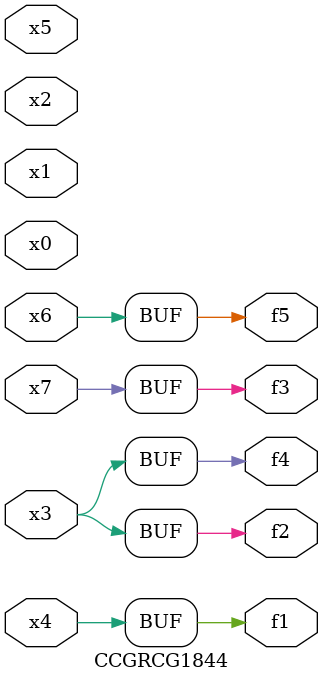
<source format=v>
module CCGRCG1844(
	input x0, x1, x2, x3, x4, x5, x6, x7,
	output f1, f2, f3, f4, f5
);
	assign f1 = x4;
	assign f2 = x3;
	assign f3 = x7;
	assign f4 = x3;
	assign f5 = x6;
endmodule

</source>
